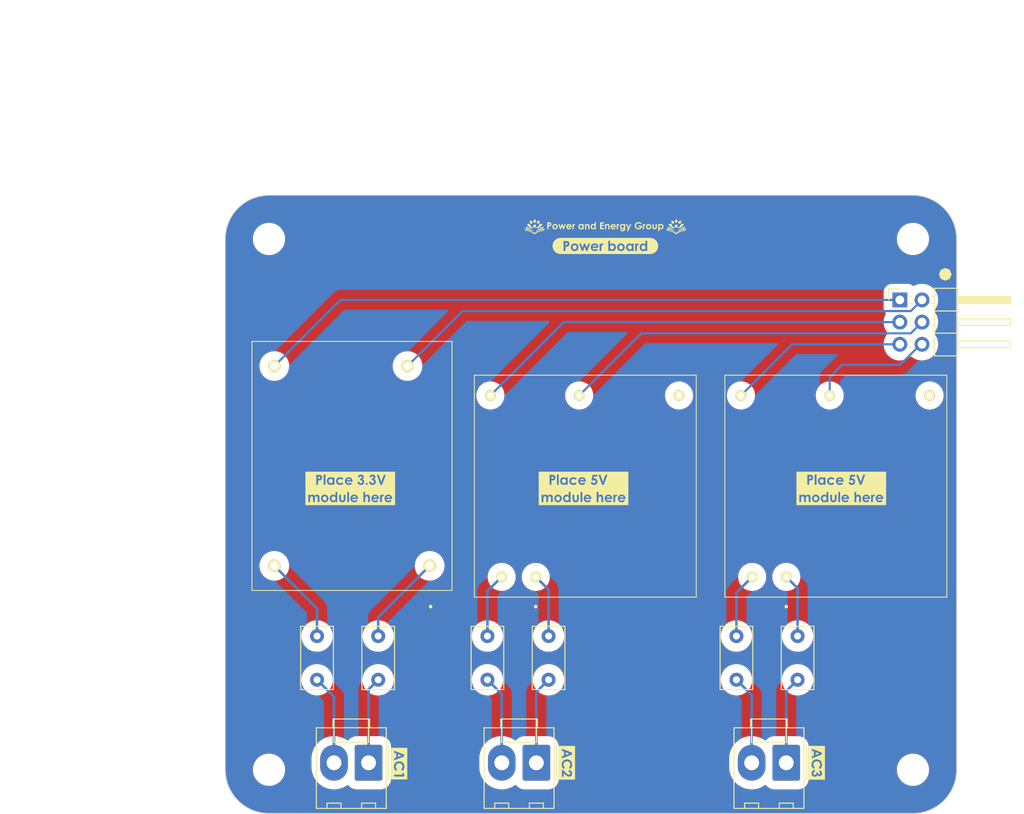
<source format=kicad_pcb>
(kicad_pcb (version 20221018) (generator pcbnew)
  (title_block (comment 4 "AISLER Project ID: LAREALUL"))
  (layers (0 "F.Cu" mixed) (31 "B.Cu" mixed) (34 "B.Paste" user) (35 "F.Paste" user) (36 "B.SilkS" user "B.Silkscreen") (37 "F.SilkS" user "F.Silkscreen") (38 "B.Mask" user) (39 "F.Mask" user) (44 "Edge.Cuts" user))
  (net 0 "")
  (net 1 "Net-(J1-Pin_1)")
  (net 2 "Net-(J1-Pin_2)")
  (net 3 "Net-(J2-Pin_1)")
  (net 4 "Net-(J2-Pin_2)")
  (net 5 "Net-(J3-Pin_1)")
  (net 6 "Net-(J3-Pin_2)")
  (net 7 "Net-(J4-Pin_2)")
  (net 8 "Net-(J4-Pin_4)")
  (net 9 "Net-(J4-Pin_6)")
  (net 10 "Net-(PS1-VAC_IN_(N))")
  (net 11 "Net-(PS1-VAC_IN_(L))")
  (net 12 "Net-(PS2-VAC_IN_(N))")
  (net 13 "Net-(PS2-VAC_IN_(L))")
  (net 14 "Net-(PS3-VAC_IN_(N))")
  (net 15 "Net-(PS3-VAC_IN_(L))")
  (net 18 "Net-(J4-Pin_1)")
  (net 19 "Net-(J4-Pin_3)")
  (net 20 "Net-(J4-Pin_5)")
  (footprint "Connector_Molex:Molex_KK-396_A-41791-0002_1x02_P3.96mm_Vertical" (layer "F.Cu") (at 132.7 122.405 180)
    (fp_text reference "J1" hide)
    (fp_text value "AC2")
    (pad "1" thru_hole roundrect (at 0 0 180) (size 3.16 4.1) (drill 1.7) (layers "*.Cu" "*.Mask") (roundrect_rratio 0.07911392405) (net 1 "Net-(J1-Pin_1)"))
    (pad "2" thru_hole oval (at 3.96 0 180) (size 3.16 4.1) (drill 1.7) (layers "*.Cu" "*.Mask") (net 2 "Net-(J1-Pin_2)"))
  )
  (footprint "logo:IITDh logo" (layer "F.Cu") (at 148.7 61.055)
    (fp_text reference "G***" hide)
    (fp_text value "LOGO" hide)
  )
  (footprint "RAC03-3.3SK:RAC0305SK" (layer "F.Cu") (at 120.49 99.86 90)
    (fp_text reference "PS1" hide)
    (fp_text value "RAC03-3.3SK" hide)
    (pad "1" thru_hole circle (at 0 0 180) (size 1.4 1.4) (drill 0.9) (layers "*.Cu" "*.Mask" "F.SilkS") (net 11 "Net-(PS1-VAC_IN_(L))"))
    (pad "2" thru_hole circle (at 22.86 -2.54 180) (size 1.4 1.4) (drill 0.9) (layers "*.Cu" "*.Mask" "F.SilkS") (net 7 "Net-(J4-Pin_2)"))
    (pad "3" thru_hole circle (at 22.86 -17.78 180) (size 1.4 1.4) (drill 0.9) (layers "*.Cu" "*.Mask" "F.SilkS") (net 18 "Net-(J4-Pin_1)"))
    (pad "4" thru_hole circle (at 0 -17.78 180) (size 1.4 1.4) (drill 0.9) (layers "*.Cu" "*.Mask" "F.SilkS") (net 10 "Net-(PS1-VAC_IN_(N))"))
  )
  (footprint "kibuzzard-63EE9D9B" (layer "F.Cu") (at 179.5 66.505)
    (fp_text reference "kibuzzard-63EE9D9B" hide)
    (fp_text value "G***" hide)
  )
  (footprint "MountingHole:MountingHole_3.2mm_M3" (layer "F.Cu") (at 175.8 62.455)
    (fp_text reference "H3" hide)
    (fp_text value "MountingHole")
    (pad "" np_thru_hole circle (at 0 0) (size 3.2 3.2) (drill 3.2) (layers "*.Cu" "*.Mask"))
  )
  (footprint "kibuzzard-640AA5A5" (layer "F.Cu") (at 140.6 63.255)
    (fp_text reference "kibuzzard-640AA5A5" hide)
    (fp_text value "G***" hide)
  )
  (footprint "Capacitor_THT:C_Rect_L7.0mm_W3.5mm_P5.00mm" (layer "F.Cu") (at 134.1 112.905 90)
    (fp_text reference "L4" hide)
    (fp_text value "L")
    (pad "1" thru_hole circle (at 0 0 90) (size 1.6 1.6) (drill 0.8) (layers "*.Cu" "*.Mask") (net 1 "Net-(J1-Pin_1)"))
    (pad "2" thru_hole circle (at 5 0 90) (size 1.6 1.6) (drill 0.8) (layers "*.Cu" "*.Mask") (net 13 "Net-(PS2-VAC_IN_(L))"))
  )
  (footprint "Capacitor_THT:C_Rect_L7.0mm_W3.5mm_P5.00mm" (layer "F.Cu") (at 127.1 112.905 90)
    (fp_text reference "L3" hide)
    (fp_text value "L")
    (pad "1" thru_hole circle (at 0 0 90) (size 1.6 1.6) (drill 0.8) (layers "*.Cu" "*.Mask") (net 2 "Net-(J1-Pin_2)"))
    (pad "2" thru_hole circle (at 5 0 90) (size 1.6 1.6) (drill 0.8) (layers "*.Cu" "*.Mask") (net 12 "Net-(PS2-VAC_IN_(N))"))
  )
  (footprint "Connector_PinHeader_2.54mm:PinHeader_2x03_P2.54mm_Horizontal" (layer "F.Cu") (at 174.3 69.43)
    (fp_text reference "J4" hide)
    (fp_text value "Conn_02x03_Odd_Even")
    (pad "1" thru_hole rect (at 0 0) (size 1.7 1.7) (drill 1) (layers "*.Cu" "*.Mask") (net 18 "Net-(J4-Pin_1)"))
    (pad "2" thru_hole oval (at 2.54 0) (size 1.7 1.7) (drill 1) (layers "*.Cu" "*.Mask") (net 7 "Net-(J4-Pin_2)"))
    (pad "3" thru_hole oval (at 0 2.54) (size 1.7 1.7) (drill 1) (layers "*.Cu" "*.Mask") (net 19 "Net-(J4-Pin_3)"))
    (pad "4" thru_hole oval (at 2.54 2.54) (size 1.7 1.7) (drill 1) (layers "*.Cu" "*.Mask") (net 8 "Net-(J4-Pin_4)"))
    (pad "5" thru_hole oval (at 0 5.08) (size 1.7 1.7) (drill 1) (layers "*.Cu" "*.Mask") (net 20 "Net-(J4-Pin_5)"))
    (pad "6" thru_hole oval (at 2.54 5.08) (size 1.7 1.7) (drill 1) (layers "*.Cu" "*.Mask") (net 9 "Net-(J4-Pin_6)"))
  )
  (footprint "RAC05-05SK:RAC0505SK" (layer "F.Cu") (at 132.63 101.13 90)
    (fp_text reference "PS2" hide)
    (fp_text value "RAC05-05SK" hide)
    (pad "1" thru_hole circle (at 0 0 180) (size 1.217 1.217) (drill 0.71) (layers "*.Cu" "*.Mask" "F.SilkS") (net 13 "Net-(PS2-VAC_IN_(L))"))
    (pad "2" thru_hole circle (at 0 -3.9 180) (size 1.217 1.217) (drill 0.71) (layers "*.Cu" "*.Mask" "F.SilkS") (net 12 "Net-(PS2-VAC_IN_(N))"))
    (pad "3" thru_hole circle (at 20.76 16.4 180) (size 1.217 1.217) (drill 0.71) (layers "*.Cu" "*.Mask" "F.SilkS"))
    (pad "4" thru_hole circle (at 20.76 4.97 180) (size 1.217 1.217) (drill 0.71) (layers "*.Cu" "*.Mask" "F.SilkS") (net 8 "Net-(J4-Pin_4)"))
    (pad "5" thru_hole circle (at 20.76 -5.19 180) (size 1.217 1.217) (drill 0.71) (layers "*.Cu" "*.Mask" "F.SilkS") (net 19 "Net-(J4-Pin_3)"))
  )
  (footprint "kibuzzard-63EEA072" (layer "F.Cu") (at 164.8 122.405 -90)
    (fp_text reference "kibuzzard-63EEA072" hide)
    (fp_text value "G***" hide)
  )
  (footprint "Capacitor_THT:C_Rect_L7.0mm_W3.5mm_P5.00mm" (layer "F.Cu") (at 107.6 112.905 90)
    (fp_text reference "L1" hide)
    (fp_text value "L")
    (pad "1" thru_hole circle (at 0 0 90) (size 1.6 1.6) (drill 0.8) (layers "*.Cu" "*.Mask") (net 6 "Net-(J3-Pin_2)"))
    (pad "2" thru_hole circle (at 5 0 90) (size 1.6 1.6) (drill 0.8) (layers "*.Cu" "*.Mask") (net 10 "Net-(PS1-VAC_IN_(N))"))
  )
  (footprint "logo:IITDh logo" (layer "F.Cu") (at 132.5 61.055)
    (fp_text reference "G***" hide)
    (fp_text value "LOGO" hide)
  )
  (footprint "Capacitor_THT:C_Rect_L7.0mm_W3.5mm_P5.00mm" (layer "F.Cu") (at 114.6 112.905 90)
    (fp_text reference "L2" hide)
    (fp_text value "L")
    (pad "1" thru_hole circle (at 0 0 90) (size 1.6 1.6) (drill 0.8) (layers "*.Cu" "*.Mask") (net 5 "Net-(J3-Pin_1)"))
    (pad "2" thru_hole circle (at 5 0 90) (size 1.6 1.6) (drill 0.8) (layers "*.Cu" "*.Mask") (net 11 "Net-(PS1-VAC_IN_(L))"))
  )
  (footprint "MountingHole:MountingHole_3.2mm_M3" (layer "F.Cu") (at 102.1 123.205)
    (fp_text reference "H4" hide)
    (fp_text value "MountingHole")
    (pad "" np_thru_hole circle (at 0 0) (size 3.2 3.2) (drill 3.2) (layers "*.Cu" "*.Mask"))
  )
  (footprint "kibuzzard-63EE9CF3" (layer "F.Cu") (at 167.6 91.005)
    (fp_text reference "kibuzzard-63EE9CF3" hide)
    (fp_text value "G***" hide)
  )
  (footprint "MountingHole:MountingHole_3.2mm_M3" (layer "F.Cu") (at 175.8 123.205)
    (fp_text reference "H2" hide)
    (fp_text value "MountingHole")
    (pad "" np_thru_hole circle (at 0 0) (size 3.2 3.2) (drill 3.2) (layers "*.Cu" "*.Mask"))
  )
  (footprint "MountingHole:MountingHole_3.2mm_M3" (layer "F.Cu") (at 102.1 62.455)
    (fp_text reference "H1" hide)
    (fp_text value "MountingHole")
    (pad "" np_thru_hole circle (at 0 0) (size 3.2 3.2) (drill 3.2) (layers "*.Cu" "*.Mask"))
  )
  (footprint "Capacitor_THT:C_Rect_L7.0mm_W3.5mm_P5.00mm" (layer "F.Cu") (at 155.6 112.905 90)
    (fp_text reference "L5" hide)
    (fp_text value "L")
    (pad "1" thru_hole circle (at 0 0 90) (size 1.6 1.6) (drill 0.8) (layers "*.Cu" "*.Mask") (net 4 "Net-(J2-Pin_2)"))
    (pad "2" thru_hole circle (at 5 0 90) (size 1.6 1.6) (drill 0.8) (layers "*.Cu" "*.Mask") (net 14 "Net-(PS3-VAC_IN_(N))"))
  )
  (footprint "kibuzzard-63EEA069" (layer "F.Cu") (at 136.2 122.405 -90)
    (fp_text reference "kibuzzard-63EEA069" hide)
    (fp_text value "G***" hide)
  )
  (footprint "Capacitor_THT:C_Rect_L7.0mm_W3.5mm_P5.00mm" (layer "F.Cu") (at 162.6 112.905 90)
    (fp_text reference "L6" hide)
    (fp_text value "L")
    (pad "1" thru_hole circle (at 0 0 90) (size 1.6 1.6) (drill 0.8) (layers "*.Cu" "*.Mask") (net 3 "Net-(J2-Pin_1)"))
    (pad "2" thru_hole circle (at 5 0 90) (size 1.6 1.6) (drill 0.8) (layers "*.Cu" "*.Mask") (net 15 "Net-(PS3-VAC_IN_(L))"))
  )
  (footprint "kibuzzard-63EE9CC7" (layer "F.Cu") (at 111.4 91.005)
    (fp_text reference "kibuzzard-63EE9CC7" hide)
    (fp_text value "G***" hide)
  )
  (footprint "Connector_Molex:Molex_KK-396_A-41791-0002_1x02_P3.96mm_Vertical" (layer "F.Cu") (at 161.3 122.405 180)
    (fp_text reference "J2" hide)
    (fp_text value "AC3")
    (pad "1" thru_hole roundrect (at 0 0 180) (size 3.16 4.1) (drill 1.7) (layers "*.Cu" "*.Mask") (roundrect_rratio 0.07911392405) (net 3 "Net-(J2-Pin_1)"))
    (pad "2" thru_hole oval (at 3.96 0 180) (size 3.16 4.1) (drill 1.7) (layers "*.Cu" "*.Mask") (net 4 "Net-(J2-Pin_2)"))
  )
  (footprint "RAC05-05SK:RAC0505SK" (layer "F.Cu") (at 161.305 101.13 90)
    (fp_text reference "PS3" hide)
    (fp_text value "RAC05-05SK" hide)
    (pad "1" thru_hole circle (at 0 0 180) (size 1.217 1.217) (drill 0.71) (layers "*.Cu" "*.Mask" "F.SilkS") (net 15 "Net-(PS3-VAC_IN_(L))"))
    (pad "2" thru_hole circle (at 0 -3.9 180) (size 1.217 1.217) (drill 0.71) (layers "*.Cu" "*.Mask" "F.SilkS") (net 14 "Net-(PS3-VAC_IN_(N))"))
    (pad "3" thru_hole circle (at 20.76 16.4 180) (size 1.217 1.217) (drill 0.71) (layers "*.Cu" "*.Mask" "F.SilkS"))
    (pad "4" thru_hole circle (at 20.76 4.97 180) (size 1.217 1.217) (drill 0.71) (layers "*.Cu" "*.Mask" "F.SilkS") (net 9 "Net-(J4-Pin_6)"))
    (pad "5" thru_hole circle (at 20.76 -5.19 180) (size 1.217 1.217) (drill 0.71) (layers "*.Cu" "*.Mask" "F.SilkS") (net 20 "Net-(J4-Pin_5)"))
  )
  (footprint "kibuzzard-640AA3C8" (layer "F.Cu") (at 140.6 61.051137)
    (fp_text reference "kibuzzard-640AA3C8" hide)
    (fp_text value "G***" hide)
  )
  (footprint "kibuzzard-63EE9CEB" (layer "F.Cu") (at 138.1 91.005)
    (fp_text reference "kibuzzard-63EE9CEB" hide)
    (fp_text value "G***" hide)
  )
  (footprint "kibuzzard-63EEA033" (layer "F.Cu") (at 117 122.505 -90)
    (fp_text reference "kibuzzard-63EEA033" hide)
    (fp_text value "G***" hide)
  )
  (footprint "Connector_Molex:Molex_KK-396_A-41791-0002_1x02_P3.96mm_Vertical" (layer "F.Cu") (at 113.5 122.405 180)
    (fp_text reference "J3" hide)
    (fp_text value "AC1")
    (pad "1" thru_hole roundrect (at 0 0 180) (size 3.16 4.1) (drill 1.7) (layers "*.Cu" "*.Mask") (roundrect_rratio 0.07911392405) (net 5 "Net-(J3-Pin_1)"))
    (pad "2" thru_hole oval (at 3.96 0 180) (size 3.16 4.1) (drill 1.7) (layers "*.Cu" "*.Mask") (net 6 "Net-(J3-Pin_2)"))
  )
  (gr_line (start 102.1 128.205) (end 175.8 128.205) (stroke (width 0.1)) (layer "Edge.Cuts"))
  (gr_arc (start 97.1 62.455) (mid 98.564466 58.919466) (end 102.1 57.455) (stroke (width 0.1)) (layer "Edge.Cuts"))
  (gr_arc (start 175.8 57.455) (mid 179.335534 58.919466) (end 180.8 62.455) (stroke (width 0.1)) (layer "Edge.Cuts"))
  (gr_line (start 175.8 57.455) (end 102.1 57.455) (stroke (width 0.1)) (layer "Edge.Cuts"))
  (gr_arc (start 180.8 123.205) (mid 179.335534 126.740534) (end 175.8 128.205) (stroke (width 0.1)) (layer "Edge.Cuts"))
  (gr_line (start 180.8 123.205) (end 180.8 62.455) (stroke (width 0.1)) (layer "Edge.Cuts"))
  (gr_arc (start 102.1 128.205) (mid 98.564466 126.740534) (end 97.1 123.205) (stroke (width 0.1)) (layer "Edge.Cuts"))
  (gr_line (start 97.1 62.455) (end 97.1 123.205) (stroke (width 0.1)) (layer "Edge.Cuts"))
  (segment (start 132.7 114.305) (end 134.1 112.905) (width 0.3) (layer "B.Cu") (net 1))
  (segment (start 132.7 122.405) (end 132.7 114.305) (width 0.3) (layer "B.Cu") (net 1))
  (segment (start 128.74 114.545) (end 127.1 112.905) (width 0.3) (layer "B.Cu") (net 2))
  (segment (start 128.74 122.405) (end 128.74 114.545) (width 0.3) (layer "B.Cu") (net 2))
  (segment (start 161.3 122.405) (end 161.3 114.205) (width 0.3) (layer "B.Cu") (net 3))
  (segment (start 161.3 114.205) (end 162.6 112.905) (width 0.3) (layer "B.Cu") (net 3))
  (segment (start 157.34 114.645) (end 155.6 112.905) (width 0.3) (layer "B.Cu") (net 4))
  (segment (start 157.34 122.405) (end 157.34 114.645) (width 0.3) (layer "B.Cu") (net 4))
  (segment (start 113.5 114.005) (end 114.6 112.905) (width 0.3) (layer "B.Cu") (net 5))
  (segment (start 113.5 122.405) (end 113.5 114.005) (width 0.3) (layer "B.Cu") (net 5))
  (segment (start 109.54 114.845) (end 107.6 112.905) (width 0.3) (layer "B.Cu") (net 6))
  (segment (start 109.54 122.405) (end 109.54 114.845) (width 0.3) (layer "B.Cu") (net 6))
  (segment (start 117.95 77) (end 124.245 70.705) (width 0.25) (layer "B.Cu") (net 7))
  (segment (start 124.245 70.705) (end 175.565 70.705) (width 0.25) (layer "B.Cu") (net 7))
  (segment (start 175.565 70.705) (end 176.84 69.43) (width 0.25) (layer "B.Cu") (net 7))
  (segment (start 137.6 80.37) (end 144.715 73.255) (width 0.25) (layer "B.Cu") (net 8))
  (segment (start 144.715 73.255) (end 175.555 73.255) (width 0.25) (layer "B.Cu") (net 8))
  (segment (start 175.555 73.255) (end 176.84 71.97) (width 0.25) (layer "B.Cu") (net 8))
  (segment (start 176.69 74.51) (end 176.84 74.51) (width 0.25) (layer "B.Cu") (net 9))
  (segment (start 166.275 78.28) (end 167.7 76.855) (width 0.25) (layer "B.Cu") (net 9))
  (segment (start 167.7 76.855) (end 174.345 76.855) (width 0.25) (layer "B.Cu") (net 9))
  (segment (start 166.275 80.37) (end 166.275 78.28) (width 0.25) (layer "B.Cu") (net 9))
  (segment (start 174.345 76.855) (end 176.69 74.51) (width 0.25) (layer "B.Cu") (net 9))
  (segment (start 107.6 107.905) (end 107.6 104.75) (width 0.3) (layer "B.Cu") (net 10))
  (segment (start 107.6 104.75) (end 102.71 99.86) (width 0.3) (layer "B.Cu") (net 10))
  (segment (start 114.6 105.75) (end 120.49 99.86) (width 0.3) (layer "B.Cu") (net 11))
  (segment (start 114.6 107.905) (end 114.6 105.75) (width 0.3) (layer "B.Cu") (net 11))
  (segment (start 127.1 107.905) (end 127.1 102.76) (width 0.3) (layer "B.Cu") (net 12))
  (segment (start 127.1 102.76) (end 128.73 101.13) (width 0.3) (layer "B.Cu") (net 12))
  (segment (start 134.1 102.6) (end 132.63 101.13) (width 0.3) (layer "B.Cu") (net 13))
  (segment (start 134.1 107.905) (end 134.1 102.6) (width 0.3) (layer "B.Cu") (net 13))
  (segment (start 155.6 102.935) (end 157.405 101.13) (width 0.3) (layer "B.Cu") (net 14))
  (segment (start 155.6 107.905) (end 155.6 102.935) (width 0.3) (layer "B.Cu") (net 14))
  (segment (start 162.6 107.905) (end 162.6 102.425) (width 0.3) (layer "B.Cu") (net 15))
  (segment (start 162.6 102.425) (end 161.305 101.13) (width 0.3) (layer "B.Cu") (net 15))
  (segment (start 110.28 69.43) (end 174.3 69.43) (width 0.25) (layer "B.Cu") (net 18))
  (segment (start 102.71 77) (end 110.28 69.43) (width 0.25) (layer "B.Cu") (net 18))
  (segment (start 135.84 71.97) (end 174.3 71.97) (width 0.25) (layer "B.Cu") (net 19))
  (segment (start 127.44 80.37) (end 135.84 71.97) (width 0.25) (layer "B.Cu") (net 19))
  (segment (start 161.975 74.51) (end 174.3 74.51) (width 0.25) (layer "B.Cu") (net 20))
  (segment (start 156.115 80.37) (end 161.975 74.51) (width 0.25) (layer "B.Cu") (net 20))
  (zone (net 0) (net_name "") (layers "F&B.Cu") (connect_pads yes (clearance 1)) (min_thickness 0.254) (fill yes (thermal_gap 0.508) (thermal_bridge_width 0.508))
    (polygon (pts (xy 176.7 57.555) (xy 177.6 57.755) (xy 178.4 58.155) (xy 179.3 58.855) (xy 179.9 59.555) (xy 180.2 60.055) (xy 180.7 61.355) (xy 180.8 62.155) (xy 180.8 123.655) (xy 180.5 124.855) (xy 180.3 125.355) (xy 179.8 126.155) (xy 179.1 126.955) (xy 178.4 127.455) (xy 177.4 127.955) (xy 176.6 128.155) (xy 101.8 128.155) (xy 100.9 128.055) (xy 99.6 127.555) (xy 98.4 126.555) (xy 97.8 125.755) (xy 97.4 124.955) (xy 97.2 124.055) (xy 97.1 123.255) (xy 97.1 62.155) (xy 97.2 61.355) (xy 97.6 60.255) (xy 98.1 59.355) (xy 98.8 58.655) (xy 99.9 57.955) (xy 100.6 57.655) (xy 101.4 57.455) (xy 176 57.455)))
  )
)
</source>
